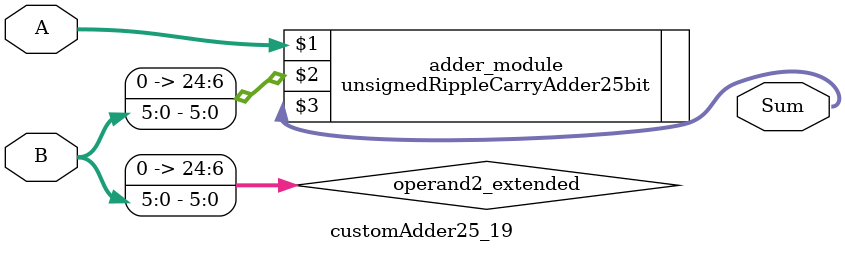
<source format=v>

module customAdder25_19(
                    input [24 : 0] A,
                    input [5 : 0] B,
                    
                    output [25 : 0] Sum
            );

    wire [24 : 0] operand2_extended;
    
    assign operand2_extended =  {19'b0, B};
    
    unsignedRippleCarryAdder25bit adder_module(
        A,
        operand2_extended,
        Sum
    );
    
endmodule
        
</source>
